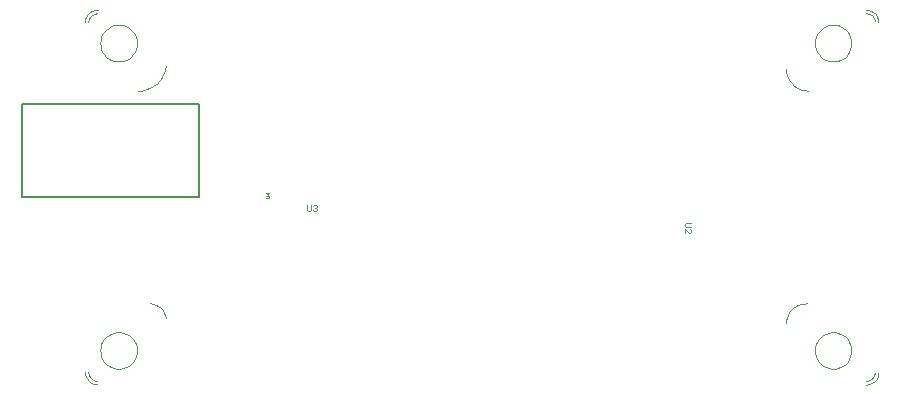
<source format=gm1>
G04*
G04 #@! TF.GenerationSoftware,Altium Limited,Altium Designer,21.6.4 (81)*
G04*
G04 Layer_Color=16711935*
%FSAX25Y25*%
%MOIN*%
G70*
G04*
G04 #@! TF.SameCoordinates,4D958C9C-F649-4AF2-B5CF-C97532408FB4*
G04*
G04*
G04 #@! TF.FilePolarity,Positive*
G04*
G01*
G75*
%ADD14C,0.00700*%
%ADD54C,0.00050*%
%ADD59C,0.00197*%
%ADD60C,0.00315*%
G54D14*
X-0020805Y0093553D02*
X0037978D01*
X-0020805Y0062353D02*
X0037978D01*
Y0093553D01*
X-0020805Y0062353D02*
Y0093553D01*
G54D54*
X0017327Y0113764D02*
X0017244Y0114768D01*
X0016996Y0115745D01*
X0016591Y0116668D01*
X0016040Y0117512D01*
X0015357Y0118253D01*
X0014562Y0118872D01*
X0013676Y0119352D01*
X0012722Y0119679D01*
X0011728Y0119845D01*
X0010721D01*
X0009726Y0119679D01*
X0008773Y0119352D01*
X0007887Y0118872D01*
X0007091Y0118253D01*
X0006409Y0117512D01*
X0005858Y0116668D01*
X0005453Y0115745D01*
X0005205Y0114768D01*
X0005122Y0113764D01*
X0005205Y0112759D01*
X0005453Y0111782D01*
X0005858Y0110859D01*
X0006409Y0110016D01*
X0007091Y0109274D01*
X0007887Y0108655D01*
X0008773Y0108175D01*
X0009726Y0107848D01*
X0010721Y0107682D01*
X0011728D01*
X0012722Y0107848D01*
X0013676Y0108175D01*
X0014562Y0108655D01*
X0015357Y0109274D01*
X0016040Y0110016D01*
X0016591Y0110859D01*
X0016996Y0111782D01*
X0017244Y0112759D01*
X0017327Y0113764D01*
X0255516Y0011402D02*
X0255433Y0012406D01*
X0255185Y0013383D01*
X0254780Y0014306D01*
X0254229Y0015150D01*
X0253546Y0015891D01*
X0252751Y0016510D01*
X0251865Y0016990D01*
X0250911Y0017317D01*
X0249917Y0017483D01*
X0248909D01*
X0247915Y0017317D01*
X0246962Y0016990D01*
X0246076Y0016510D01*
X0245280Y0015891D01*
X0244598Y0015150D01*
X0244046Y0014306D01*
X0243642Y0013383D01*
X0243394Y0012406D01*
X0243311Y0011402D01*
X0243394Y0010397D01*
X0243642Y0009420D01*
X0244046Y0008497D01*
X0244598Y0007653D01*
X0245280Y0006912D01*
X0246076Y0006293D01*
X0246962Y0005813D01*
X0247915Y0005486D01*
X0248909Y0005320D01*
X0249917D01*
X0250911Y0005486D01*
X0251865Y0005813D01*
X0252751Y0006293D01*
X0253546Y0006912D01*
X0254229Y0007653D01*
X0254780Y0008497D01*
X0255185Y0009420D01*
X0255433Y0010397D01*
X0255516Y0011402D01*
X0017327D02*
X0017244Y0012406D01*
X0016996Y0013383D01*
X0016591Y0014306D01*
X0016040Y0015150D01*
X0015357Y0015891D01*
X0014562Y0016510D01*
X0013676Y0016990D01*
X0012722Y0017317D01*
X0011728Y0017483D01*
X0010721D01*
X0009726Y0017317D01*
X0008773Y0016990D01*
X0007887Y0016510D01*
X0007091Y0015891D01*
X0006409Y0015150D01*
X0005858Y0014306D01*
X0005453Y0013383D01*
X0005205Y0012406D01*
X0005122Y0011402D01*
X0005205Y0010397D01*
X0005453Y0009420D01*
X0005858Y0008497D01*
X0006409Y0007653D01*
X0007091Y0006912D01*
X0007887Y0006293D01*
X0008773Y0005813D01*
X0009726Y0005486D01*
X0010721Y0005320D01*
X0011728D01*
X0012722Y0005486D01*
X0013676Y0005813D01*
X0014562Y0006293D01*
X0015357Y0006912D01*
X0016040Y0007653D01*
X0016591Y0008497D01*
X0016996Y0009420D01*
X0017244Y0010397D01*
X0017327Y0011402D01*
X0255516Y0113764D02*
X0255433Y0114768D01*
X0255185Y0115745D01*
X0254780Y0116668D01*
X0254229Y0117512D01*
X0253546Y0118253D01*
X0252751Y0118872D01*
X0251865Y0119352D01*
X0250911Y0119679D01*
X0249917Y0119845D01*
X0248909D01*
X0247915Y0119679D01*
X0246962Y0119352D01*
X0246076Y0118872D01*
X0245280Y0118253D01*
X0244598Y0117512D01*
X0244046Y0116668D01*
X0243642Y0115745D01*
X0243394Y0114768D01*
X0243311Y0113764D01*
X0243394Y0112759D01*
X0243642Y0111782D01*
X0244046Y0110859D01*
X0244598Y0110016D01*
X0245280Y0109274D01*
X0246076Y0108655D01*
X0246962Y0108175D01*
X0247915Y0107848D01*
X0248909Y0107682D01*
X0249917D01*
X0250911Y0107848D01*
X0251865Y0108175D01*
X0252751Y0108655D01*
X0253546Y0109274D01*
X0254229Y0110016D01*
X0254780Y0110859D01*
X0255185Y0111782D01*
X0255433Y0112759D01*
X0255516Y0113764D01*
X0260445Y-0000016D02*
X0261482Y0000122D01*
X0262449Y0000523D01*
X0263279Y0001161D01*
X0263916Y0001991D01*
X0264316Y0002958D01*
X0264453Y0003996D01*
X0264465Y0120748D02*
X0264357Y0121694D01*
X0264042Y0122591D01*
X0263535Y0123397D01*
X0262862Y0124069D01*
X0262056Y0124575D01*
X0261158Y0124890D01*
X0260213Y0124996D01*
X0004205Y0124988D02*
X0003267Y0124882D01*
X0002377Y0124569D01*
X0001578Y0124067D01*
X0000911Y0123399D01*
X0000409Y0122600D01*
X0000098Y0121709D01*
X-0000008Y0120772D01*
X0000000Y0004114D02*
X0000140Y0003049D01*
X0000551Y0002057D01*
X0001205Y0001205D01*
X0002057Y0000551D01*
X0003049Y0000140D01*
X0004114Y0000000D01*
X0004185Y0123803D02*
X0003259Y0123656D01*
X0002423Y0123231D01*
X0001759Y0122568D01*
X0001333Y0121733D01*
X0001185Y0120807D01*
X0017752Y0097937D02*
X0018718Y0097988D01*
X0019674Y0098139D01*
X0020609Y0098390D01*
X0021512Y0098738D01*
X0022374Y0099178D01*
X0023185Y0099705D01*
X0023936Y0100315D01*
X0024619Y0101000D01*
X0025227Y0101753D01*
X0025753Y0102566D01*
X0026191Y0103429D01*
X0026536Y0104333D01*
X0026784Y0105268D01*
X0026933Y0106224D01*
X0001185Y0004034D02*
X0001367Y0003138D01*
X0001810Y0002338D01*
X0002472Y0001707D01*
X0003293Y0001304D01*
X0004197Y0001165D01*
X0026933Y0022051D02*
X0026782Y0023038D01*
X0026448Y0023978D01*
X0025943Y0024839D01*
X0025285Y0025590D01*
X0024498Y0026203D01*
X0023609Y0026658D01*
X0022651Y0026937D01*
X0021657Y0027031D01*
X0240575D02*
X0239617Y0026965D01*
X0238678Y0026768D01*
X0237775Y0026443D01*
X0236925Y0025997D01*
X0236144Y0025439D01*
X0235448Y0024778D01*
X0234850Y0024028D01*
X0234360Y0023202D01*
X0233988Y0022317D01*
X0233742Y0021390D01*
X0233626Y0020437D01*
X0260244Y0001165D02*
X0261135Y0001299D01*
X0261948Y0001688D01*
X0262611Y0002299D01*
X0263065Y0003077D01*
X0263272Y0003954D01*
X0233626Y0105051D02*
X0233743Y0104026D01*
X0234000Y0103026D01*
X0234393Y0102072D01*
X0234915Y0101182D01*
X0235554Y0100372D01*
X0236300Y0099658D01*
X0237137Y0099055D01*
X0238049Y0098573D01*
X0239020Y0098222D01*
X0240030Y0098009D01*
X0241059Y0097937D01*
X0263272Y0121074D02*
X0262966Y0122137D01*
X0262297Y0123019D01*
X0261355Y0123600D01*
X0260268Y0123803D01*
G54D59*
X0060319Y0062000D02*
X0061303D01*
X0061500Y0062197D01*
Y0062590D01*
X0061303Y0062787D01*
X0060319D01*
X0061500Y0063771D02*
X0060319D01*
X0060910Y0063181D01*
Y0063968D01*
G54D60*
X0074000Y0059768D02*
Y0058128D01*
X0074328Y0057800D01*
X0074984D01*
X0075312Y0058128D01*
Y0059768D01*
X0075968Y0059440D02*
X0076296Y0059768D01*
X0076952D01*
X0077280Y0059440D01*
Y0059112D01*
X0076952Y0058784D01*
X0076624D01*
X0076952D01*
X0077280Y0058456D01*
Y0058128D01*
X0076952Y0057800D01*
X0076296D01*
X0075968Y0058128D01*
X0202068Y0053700D02*
X0200428D01*
X0200100Y0053372D01*
Y0052716D01*
X0200428Y0052388D01*
X0202068D01*
X0200100Y0050420D02*
Y0051732D01*
X0201412Y0050420D01*
X0201740D01*
X0202068Y0050748D01*
Y0051404D01*
X0201740Y0051732D01*
M02*

</source>
